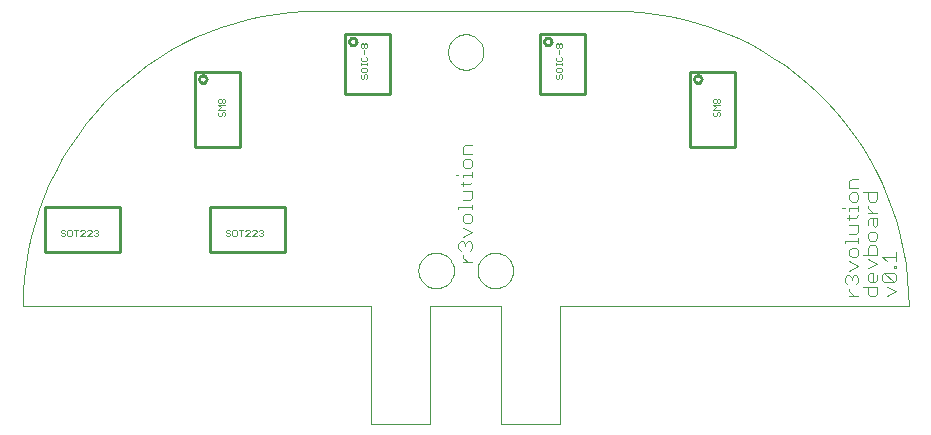
<source format=gto>
G75*
G70*
%OFA0B0*%
%FSLAX24Y24*%
%IPPOS*%
%LPD*%
%AMOC8*
5,1,8,0,0,1.08239X$1,22.5*
%
%ADD10C,0.0039*%
%ADD11C,0.0000*%
%ADD12C,0.0020*%
%ADD13C,0.0100*%
%ADD14C,0.0040*%
D10*
X000121Y004058D02*
X011735Y004058D01*
X011735Y000121D01*
X013704Y000121D01*
X013704Y004058D01*
X016066Y004058D01*
X016066Y000121D01*
X018034Y000121D01*
X018034Y004058D01*
X029649Y004058D01*
X029638Y004526D01*
X029604Y004994D01*
X029549Y005459D01*
X029471Y005921D01*
X029372Y006379D01*
X029250Y006831D01*
X029108Y007277D01*
X028944Y007716D01*
X028760Y008147D01*
X028555Y008568D01*
X028330Y008979D01*
X028086Y009380D01*
X027824Y009768D01*
X027543Y010143D01*
X027245Y010504D01*
X026930Y010850D01*
X026598Y011182D01*
X026252Y011497D01*
X025891Y011795D01*
X025516Y012076D01*
X025128Y012338D01*
X024727Y012582D01*
X024316Y012807D01*
X023895Y013012D01*
X023464Y013196D01*
X023025Y013360D01*
X022579Y013502D01*
X022127Y013624D01*
X021669Y013723D01*
X021207Y013801D01*
X020742Y013856D01*
X020274Y013890D01*
X019806Y013901D01*
X019806Y013900D02*
X009963Y013900D01*
X013309Y005239D02*
X013311Y005287D01*
X013317Y005335D01*
X013327Y005382D01*
X013340Y005428D01*
X013358Y005473D01*
X013378Y005517D01*
X013403Y005559D01*
X013431Y005598D01*
X013461Y005635D01*
X013495Y005669D01*
X013532Y005701D01*
X013570Y005730D01*
X013611Y005755D01*
X013654Y005777D01*
X013699Y005795D01*
X013745Y005809D01*
X013792Y005820D01*
X013840Y005827D01*
X013888Y005830D01*
X013936Y005829D01*
X013984Y005824D01*
X014032Y005815D01*
X014078Y005803D01*
X014123Y005786D01*
X014167Y005766D01*
X014209Y005743D01*
X014249Y005716D01*
X014287Y005686D01*
X014322Y005653D01*
X014354Y005617D01*
X014384Y005579D01*
X014410Y005538D01*
X014432Y005495D01*
X014452Y005451D01*
X014467Y005406D01*
X014479Y005359D01*
X014487Y005311D01*
X014491Y005263D01*
X014491Y005215D01*
X014487Y005167D01*
X014479Y005119D01*
X014467Y005072D01*
X014452Y005027D01*
X014432Y004983D01*
X014410Y004940D01*
X014384Y004899D01*
X014354Y004861D01*
X014322Y004825D01*
X014287Y004792D01*
X014249Y004762D01*
X014209Y004735D01*
X014167Y004712D01*
X014123Y004692D01*
X014078Y004675D01*
X014032Y004663D01*
X013984Y004654D01*
X013936Y004649D01*
X013888Y004648D01*
X013840Y004651D01*
X013792Y004658D01*
X013745Y004669D01*
X013699Y004683D01*
X013654Y004701D01*
X013611Y004723D01*
X013570Y004748D01*
X013532Y004777D01*
X013495Y004809D01*
X013461Y004843D01*
X013431Y004880D01*
X013403Y004919D01*
X013378Y004961D01*
X013358Y005005D01*
X013340Y005050D01*
X013327Y005096D01*
X013317Y005143D01*
X013311Y005191D01*
X013309Y005239D01*
X015278Y005239D02*
X015280Y005287D01*
X015286Y005335D01*
X015296Y005382D01*
X015309Y005428D01*
X015327Y005473D01*
X015347Y005517D01*
X015372Y005559D01*
X015400Y005598D01*
X015430Y005635D01*
X015464Y005669D01*
X015501Y005701D01*
X015539Y005730D01*
X015580Y005755D01*
X015623Y005777D01*
X015668Y005795D01*
X015714Y005809D01*
X015761Y005820D01*
X015809Y005827D01*
X015857Y005830D01*
X015905Y005829D01*
X015953Y005824D01*
X016001Y005815D01*
X016047Y005803D01*
X016092Y005786D01*
X016136Y005766D01*
X016178Y005743D01*
X016218Y005716D01*
X016256Y005686D01*
X016291Y005653D01*
X016323Y005617D01*
X016353Y005579D01*
X016379Y005538D01*
X016401Y005495D01*
X016421Y005451D01*
X016436Y005406D01*
X016448Y005359D01*
X016456Y005311D01*
X016460Y005263D01*
X016460Y005215D01*
X016456Y005167D01*
X016448Y005119D01*
X016436Y005072D01*
X016421Y005027D01*
X016401Y004983D01*
X016379Y004940D01*
X016353Y004899D01*
X016323Y004861D01*
X016291Y004825D01*
X016256Y004792D01*
X016218Y004762D01*
X016178Y004735D01*
X016136Y004712D01*
X016092Y004692D01*
X016047Y004675D01*
X016001Y004663D01*
X015953Y004654D01*
X015905Y004649D01*
X015857Y004648D01*
X015809Y004651D01*
X015761Y004658D01*
X015714Y004669D01*
X015668Y004683D01*
X015623Y004701D01*
X015580Y004723D01*
X015539Y004748D01*
X015501Y004777D01*
X015464Y004809D01*
X015430Y004843D01*
X015400Y004880D01*
X015372Y004919D01*
X015347Y004961D01*
X015327Y005005D01*
X015309Y005050D01*
X015296Y005096D01*
X015286Y005143D01*
X015280Y005191D01*
X015278Y005239D01*
X009963Y013901D02*
X009495Y013890D01*
X009027Y013856D01*
X008562Y013801D01*
X008100Y013723D01*
X007642Y013624D01*
X007190Y013502D01*
X006744Y013360D01*
X006305Y013196D01*
X005874Y013012D01*
X005453Y012807D01*
X005041Y012582D01*
X004641Y012338D01*
X004253Y012076D01*
X003878Y011795D01*
X003517Y011497D01*
X003171Y011182D01*
X002839Y010850D01*
X002524Y010504D01*
X002226Y010143D01*
X001945Y009768D01*
X001683Y009380D01*
X001439Y008980D01*
X001214Y008568D01*
X001009Y008147D01*
X000825Y007716D01*
X000661Y007277D01*
X000519Y006831D01*
X000397Y006379D01*
X000298Y005921D01*
X000220Y005459D01*
X000165Y004994D01*
X000131Y004526D01*
X000120Y004058D01*
D11*
X013309Y005239D02*
X013311Y005287D01*
X013317Y005335D01*
X013327Y005382D01*
X013340Y005428D01*
X013358Y005473D01*
X013378Y005517D01*
X013403Y005559D01*
X013431Y005598D01*
X013461Y005635D01*
X013495Y005669D01*
X013532Y005701D01*
X013570Y005730D01*
X013611Y005755D01*
X013654Y005777D01*
X013699Y005795D01*
X013745Y005809D01*
X013792Y005820D01*
X013840Y005827D01*
X013888Y005830D01*
X013936Y005829D01*
X013984Y005824D01*
X014032Y005815D01*
X014078Y005803D01*
X014123Y005786D01*
X014167Y005766D01*
X014209Y005743D01*
X014249Y005716D01*
X014287Y005686D01*
X014322Y005653D01*
X014354Y005617D01*
X014384Y005579D01*
X014410Y005538D01*
X014432Y005495D01*
X014452Y005451D01*
X014467Y005406D01*
X014479Y005359D01*
X014487Y005311D01*
X014491Y005263D01*
X014491Y005215D01*
X014487Y005167D01*
X014479Y005119D01*
X014467Y005072D01*
X014452Y005027D01*
X014432Y004983D01*
X014410Y004940D01*
X014384Y004899D01*
X014354Y004861D01*
X014322Y004825D01*
X014287Y004792D01*
X014249Y004762D01*
X014209Y004735D01*
X014167Y004712D01*
X014123Y004692D01*
X014078Y004675D01*
X014032Y004663D01*
X013984Y004654D01*
X013936Y004649D01*
X013888Y004648D01*
X013840Y004651D01*
X013792Y004658D01*
X013745Y004669D01*
X013699Y004683D01*
X013654Y004701D01*
X013611Y004723D01*
X013570Y004748D01*
X013532Y004777D01*
X013495Y004809D01*
X013461Y004843D01*
X013431Y004880D01*
X013403Y004919D01*
X013378Y004961D01*
X013358Y005005D01*
X013340Y005050D01*
X013327Y005096D01*
X013317Y005143D01*
X013311Y005191D01*
X013309Y005239D01*
X015278Y005239D02*
X015280Y005287D01*
X015286Y005335D01*
X015296Y005382D01*
X015309Y005428D01*
X015327Y005473D01*
X015347Y005517D01*
X015372Y005559D01*
X015400Y005598D01*
X015430Y005635D01*
X015464Y005669D01*
X015501Y005701D01*
X015539Y005730D01*
X015580Y005755D01*
X015623Y005777D01*
X015668Y005795D01*
X015714Y005809D01*
X015761Y005820D01*
X015809Y005827D01*
X015857Y005830D01*
X015905Y005829D01*
X015953Y005824D01*
X016001Y005815D01*
X016047Y005803D01*
X016092Y005786D01*
X016136Y005766D01*
X016178Y005743D01*
X016218Y005716D01*
X016256Y005686D01*
X016291Y005653D01*
X016323Y005617D01*
X016353Y005579D01*
X016379Y005538D01*
X016401Y005495D01*
X016421Y005451D01*
X016436Y005406D01*
X016448Y005359D01*
X016456Y005311D01*
X016460Y005263D01*
X016460Y005215D01*
X016456Y005167D01*
X016448Y005119D01*
X016436Y005072D01*
X016421Y005027D01*
X016401Y004983D01*
X016379Y004940D01*
X016353Y004899D01*
X016323Y004861D01*
X016291Y004825D01*
X016256Y004792D01*
X016218Y004762D01*
X016178Y004735D01*
X016136Y004712D01*
X016092Y004692D01*
X016047Y004675D01*
X016001Y004663D01*
X015953Y004654D01*
X015905Y004649D01*
X015857Y004648D01*
X015809Y004651D01*
X015761Y004658D01*
X015714Y004669D01*
X015668Y004683D01*
X015623Y004701D01*
X015580Y004723D01*
X015539Y004748D01*
X015501Y004777D01*
X015464Y004809D01*
X015430Y004843D01*
X015400Y004880D01*
X015372Y004919D01*
X015347Y004961D01*
X015327Y005005D01*
X015309Y005050D01*
X015296Y005096D01*
X015286Y005143D01*
X015280Y005191D01*
X015278Y005239D01*
X014294Y012523D02*
X014296Y012571D01*
X014302Y012619D01*
X014312Y012666D01*
X014325Y012712D01*
X014343Y012757D01*
X014363Y012801D01*
X014388Y012843D01*
X014416Y012882D01*
X014446Y012919D01*
X014480Y012953D01*
X014517Y012985D01*
X014555Y013014D01*
X014596Y013039D01*
X014639Y013061D01*
X014684Y013079D01*
X014730Y013093D01*
X014777Y013104D01*
X014825Y013111D01*
X014873Y013114D01*
X014921Y013113D01*
X014969Y013108D01*
X015017Y013099D01*
X015063Y013087D01*
X015108Y013070D01*
X015152Y013050D01*
X015194Y013027D01*
X015234Y013000D01*
X015272Y012970D01*
X015307Y012937D01*
X015339Y012901D01*
X015369Y012863D01*
X015395Y012822D01*
X015417Y012779D01*
X015437Y012735D01*
X015452Y012690D01*
X015464Y012643D01*
X015472Y012595D01*
X015476Y012547D01*
X015476Y012499D01*
X015472Y012451D01*
X015464Y012403D01*
X015452Y012356D01*
X015437Y012311D01*
X015417Y012267D01*
X015395Y012224D01*
X015369Y012183D01*
X015339Y012145D01*
X015307Y012109D01*
X015272Y012076D01*
X015234Y012046D01*
X015194Y012019D01*
X015152Y011996D01*
X015108Y011976D01*
X015063Y011959D01*
X015017Y011947D01*
X014969Y011938D01*
X014921Y011933D01*
X014873Y011932D01*
X014825Y011935D01*
X014777Y011942D01*
X014730Y011953D01*
X014684Y011967D01*
X014639Y011985D01*
X014596Y012007D01*
X014555Y012032D01*
X014517Y012061D01*
X014480Y012093D01*
X014446Y012127D01*
X014416Y012164D01*
X014388Y012203D01*
X014363Y012245D01*
X014343Y012289D01*
X014325Y012334D01*
X014312Y012380D01*
X014302Y012427D01*
X014296Y012475D01*
X014294Y012523D01*
D12*
X011611Y012699D02*
X011574Y012662D01*
X011538Y012662D01*
X011501Y012699D01*
X011501Y012772D01*
X011538Y012809D01*
X011574Y012809D01*
X011611Y012772D01*
X011611Y012699D01*
X011501Y012699D02*
X011464Y012662D01*
X011427Y012662D01*
X011391Y012699D01*
X011391Y012772D01*
X011427Y012809D01*
X011464Y012809D01*
X011501Y012772D01*
X011501Y012588D02*
X011501Y012441D01*
X011574Y012367D02*
X011611Y012330D01*
X011611Y012257D01*
X011574Y012220D01*
X011427Y012220D01*
X011391Y012257D01*
X011391Y012330D01*
X011427Y012367D01*
X011391Y012146D02*
X011391Y012073D01*
X011391Y012110D02*
X011611Y012110D01*
X011611Y012146D02*
X011611Y012073D01*
X011574Y011999D02*
X011611Y011962D01*
X011611Y011889D01*
X011574Y011852D01*
X011427Y011852D01*
X011391Y011889D01*
X011391Y011962D01*
X011427Y011999D01*
X011574Y011999D01*
X011574Y011778D02*
X011611Y011741D01*
X011611Y011668D01*
X011574Y011631D01*
X011501Y011668D02*
X011501Y011741D01*
X011538Y011778D01*
X011574Y011778D01*
X011501Y011668D02*
X011464Y011631D01*
X011427Y011631D01*
X011391Y011668D01*
X011391Y011741D01*
X011427Y011778D01*
X006861Y010933D02*
X006861Y010860D01*
X006824Y010823D01*
X006788Y010823D01*
X006751Y010860D01*
X006751Y010933D01*
X006788Y010970D01*
X006824Y010970D01*
X006861Y010933D01*
X006751Y010933D02*
X006714Y010970D01*
X006677Y010970D01*
X006641Y010933D01*
X006641Y010860D01*
X006677Y010823D01*
X006714Y010823D01*
X006751Y010860D01*
X006641Y010749D02*
X006861Y010749D01*
X006861Y010602D02*
X006641Y010602D01*
X006714Y010675D01*
X006641Y010749D01*
X006677Y010528D02*
X006641Y010491D01*
X006641Y010418D01*
X006677Y010381D01*
X006714Y010381D01*
X006751Y010418D01*
X006751Y010491D01*
X006788Y010528D01*
X006824Y010528D01*
X006861Y010491D01*
X006861Y010418D01*
X006824Y010381D01*
X006918Y006601D02*
X006881Y006564D01*
X006881Y006528D01*
X006918Y006491D01*
X006991Y006491D01*
X007028Y006454D01*
X007028Y006418D01*
X006991Y006381D01*
X006918Y006381D01*
X006881Y006418D01*
X006918Y006601D02*
X006991Y006601D01*
X007028Y006564D01*
X007102Y006564D02*
X007102Y006418D01*
X007139Y006381D01*
X007212Y006381D01*
X007249Y006418D01*
X007249Y006564D01*
X007212Y006601D01*
X007139Y006601D01*
X007102Y006564D01*
X007323Y006601D02*
X007470Y006601D01*
X007396Y006601D02*
X007396Y006381D01*
X007544Y006381D02*
X007691Y006528D01*
X007691Y006564D01*
X007654Y006601D01*
X007581Y006601D01*
X007544Y006564D01*
X007544Y006381D02*
X007691Y006381D01*
X007765Y006381D02*
X007912Y006528D01*
X007912Y006564D01*
X007875Y006601D01*
X007802Y006601D01*
X007765Y006564D01*
X007765Y006381D02*
X007912Y006381D01*
X007986Y006418D02*
X008023Y006381D01*
X008096Y006381D01*
X008133Y006418D01*
X008133Y006454D01*
X008096Y006491D01*
X008059Y006491D01*
X008096Y006491D02*
X008133Y006528D01*
X008133Y006564D01*
X008096Y006601D01*
X008023Y006601D01*
X007986Y006564D01*
X002633Y006564D02*
X002633Y006528D01*
X002596Y006491D01*
X002633Y006454D01*
X002633Y006418D01*
X002596Y006381D01*
X002523Y006381D01*
X002486Y006418D01*
X002412Y006381D02*
X002265Y006381D01*
X002412Y006528D01*
X002412Y006564D01*
X002375Y006601D01*
X002302Y006601D01*
X002265Y006564D01*
X002191Y006564D02*
X002154Y006601D01*
X002081Y006601D01*
X002044Y006564D01*
X001970Y006601D02*
X001823Y006601D01*
X001896Y006601D02*
X001896Y006381D01*
X002044Y006381D02*
X002191Y006528D01*
X002191Y006564D01*
X002191Y006381D02*
X002044Y006381D01*
X001749Y006418D02*
X001749Y006564D01*
X001712Y006601D01*
X001639Y006601D01*
X001602Y006564D01*
X001602Y006418D01*
X001639Y006381D01*
X001712Y006381D01*
X001749Y006418D01*
X001528Y006418D02*
X001491Y006381D01*
X001418Y006381D01*
X001381Y006418D01*
X001418Y006491D02*
X001491Y006491D01*
X001528Y006454D01*
X001528Y006418D01*
X001418Y006491D02*
X001381Y006528D01*
X001381Y006564D01*
X001418Y006601D01*
X001491Y006601D01*
X001528Y006564D01*
X002486Y006564D02*
X002523Y006601D01*
X002596Y006601D01*
X002633Y006564D01*
X002596Y006491D02*
X002559Y006491D01*
X017891Y011668D02*
X017927Y011631D01*
X017964Y011631D01*
X018001Y011668D01*
X018001Y011741D01*
X018038Y011778D01*
X018074Y011778D01*
X018111Y011741D01*
X018111Y011668D01*
X018074Y011631D01*
X017891Y011668D02*
X017891Y011741D01*
X017927Y011778D01*
X017927Y011852D02*
X018074Y011852D01*
X018111Y011889D01*
X018111Y011962D01*
X018074Y011999D01*
X017927Y011999D01*
X017891Y011962D01*
X017891Y011889D01*
X017927Y011852D01*
X017891Y012073D02*
X017891Y012146D01*
X017891Y012110D02*
X018111Y012110D01*
X018111Y012146D02*
X018111Y012073D01*
X018074Y012220D02*
X018111Y012257D01*
X018111Y012330D01*
X018074Y012367D01*
X018001Y012441D02*
X018001Y012588D01*
X018038Y012662D02*
X018001Y012699D01*
X018001Y012772D01*
X018038Y012809D01*
X018074Y012809D01*
X018111Y012772D01*
X018111Y012699D01*
X018074Y012662D01*
X018038Y012662D01*
X018001Y012699D02*
X017964Y012662D01*
X017927Y012662D01*
X017891Y012699D01*
X017891Y012772D01*
X017927Y012809D01*
X017964Y012809D01*
X018001Y012772D01*
X017927Y012367D02*
X017891Y012330D01*
X017891Y012257D01*
X017927Y012220D01*
X018074Y012220D01*
X023141Y010933D02*
X023177Y010970D01*
X023214Y010970D01*
X023251Y010933D01*
X023251Y010860D01*
X023214Y010823D01*
X023177Y010823D01*
X023141Y010860D01*
X023141Y010933D01*
X023251Y010933D02*
X023288Y010970D01*
X023324Y010970D01*
X023361Y010933D01*
X023361Y010860D01*
X023324Y010823D01*
X023288Y010823D01*
X023251Y010860D01*
X023141Y010749D02*
X023361Y010749D01*
X023361Y010602D02*
X023141Y010602D01*
X023214Y010675D01*
X023141Y010749D01*
X023177Y010528D02*
X023141Y010491D01*
X023141Y010418D01*
X023177Y010381D01*
X023214Y010381D01*
X023251Y010418D01*
X023251Y010491D01*
X023288Y010528D01*
X023324Y010528D01*
X023361Y010491D01*
X023361Y010418D01*
X023324Y010381D01*
D13*
X023871Y009371D02*
X022371Y009371D01*
X022371Y011871D01*
X023871Y011871D01*
X023871Y009371D01*
X022496Y011621D02*
X022498Y011643D01*
X022504Y011664D01*
X022513Y011683D01*
X022525Y011701D01*
X022541Y011717D01*
X022558Y011729D01*
X022578Y011738D01*
X022599Y011744D01*
X022621Y011746D01*
X022643Y011744D01*
X022664Y011738D01*
X022683Y011729D01*
X022701Y011717D01*
X022717Y011701D01*
X022729Y011683D01*
X022738Y011664D01*
X022744Y011643D01*
X022746Y011621D01*
X022744Y011599D01*
X022738Y011578D01*
X022729Y011559D01*
X022717Y011541D01*
X022701Y011525D01*
X022684Y011513D01*
X022664Y011504D01*
X022643Y011498D01*
X022621Y011496D01*
X022599Y011498D01*
X022578Y011504D01*
X022558Y011513D01*
X022541Y011525D01*
X022525Y011541D01*
X022513Y011558D01*
X022504Y011578D01*
X022498Y011599D01*
X022496Y011621D01*
X018871Y011121D02*
X017371Y011121D01*
X017371Y013121D01*
X018871Y013121D01*
X018871Y011121D01*
X017496Y012871D02*
X017498Y012893D01*
X017504Y012914D01*
X017513Y012933D01*
X017525Y012951D01*
X017541Y012967D01*
X017558Y012979D01*
X017578Y012988D01*
X017599Y012994D01*
X017621Y012996D01*
X017643Y012994D01*
X017664Y012988D01*
X017683Y012979D01*
X017701Y012967D01*
X017717Y012951D01*
X017729Y012933D01*
X017738Y012914D01*
X017744Y012893D01*
X017746Y012871D01*
X017744Y012849D01*
X017738Y012828D01*
X017729Y012809D01*
X017717Y012791D01*
X017701Y012775D01*
X017684Y012763D01*
X017664Y012754D01*
X017643Y012748D01*
X017621Y012746D01*
X017599Y012748D01*
X017578Y012754D01*
X017558Y012763D01*
X017541Y012775D01*
X017525Y012791D01*
X017513Y012808D01*
X017504Y012828D01*
X017498Y012849D01*
X017496Y012871D01*
X012371Y013121D02*
X012371Y011121D01*
X010871Y011121D01*
X010871Y013121D01*
X012371Y013121D01*
X010996Y012871D02*
X010998Y012893D01*
X011004Y012914D01*
X011013Y012933D01*
X011025Y012951D01*
X011041Y012967D01*
X011058Y012979D01*
X011078Y012988D01*
X011099Y012994D01*
X011121Y012996D01*
X011143Y012994D01*
X011164Y012988D01*
X011183Y012979D01*
X011201Y012967D01*
X011217Y012951D01*
X011229Y012933D01*
X011238Y012914D01*
X011244Y012893D01*
X011246Y012871D01*
X011244Y012849D01*
X011238Y012828D01*
X011229Y012809D01*
X011217Y012791D01*
X011201Y012775D01*
X011184Y012763D01*
X011164Y012754D01*
X011143Y012748D01*
X011121Y012746D01*
X011099Y012748D01*
X011078Y012754D01*
X011058Y012763D01*
X011041Y012775D01*
X011025Y012791D01*
X011013Y012808D01*
X011004Y012828D01*
X010998Y012849D01*
X010996Y012871D01*
X007371Y011871D02*
X007371Y009371D01*
X005871Y009371D01*
X005871Y011871D01*
X007371Y011871D01*
X005996Y011621D02*
X005998Y011643D01*
X006004Y011664D01*
X006013Y011683D01*
X006025Y011701D01*
X006041Y011717D01*
X006058Y011729D01*
X006078Y011738D01*
X006099Y011744D01*
X006121Y011746D01*
X006143Y011744D01*
X006164Y011738D01*
X006183Y011729D01*
X006201Y011717D01*
X006217Y011701D01*
X006229Y011683D01*
X006238Y011664D01*
X006244Y011643D01*
X006246Y011621D01*
X006244Y011599D01*
X006238Y011578D01*
X006229Y011559D01*
X006217Y011541D01*
X006201Y011525D01*
X006184Y011513D01*
X006164Y011504D01*
X006143Y011498D01*
X006121Y011496D01*
X006099Y011498D01*
X006078Y011504D01*
X006058Y011513D01*
X006041Y011525D01*
X006025Y011541D01*
X006013Y011558D01*
X006004Y011578D01*
X005998Y011599D01*
X005996Y011621D01*
X006371Y007371D02*
X006371Y005871D01*
X008871Y005871D01*
X008871Y007371D01*
X006371Y007371D01*
X003371Y007371D02*
X003371Y005871D01*
X000871Y005871D01*
X000871Y007371D01*
X003371Y007371D01*
D14*
X014564Y008431D02*
X014641Y008431D01*
X014794Y008431D02*
X015101Y008431D01*
X015101Y008355D02*
X015101Y008508D01*
X015024Y008662D02*
X014871Y008662D01*
X014794Y008738D01*
X014794Y008892D01*
X014871Y008969D01*
X015024Y008969D01*
X015101Y008892D01*
X015101Y008738D01*
X015024Y008662D01*
X014794Y008431D02*
X014794Y008355D01*
X014794Y008201D02*
X014794Y008048D01*
X014717Y008125D02*
X015024Y008125D01*
X015101Y008201D01*
X015101Y007894D02*
X014794Y007894D01*
X015101Y007894D02*
X015101Y007664D01*
X015024Y007588D01*
X014794Y007588D01*
X014641Y007357D02*
X015101Y007357D01*
X015101Y007281D02*
X015101Y007434D01*
X014641Y007357D02*
X014641Y007281D01*
X014871Y007127D02*
X014794Y007050D01*
X014794Y006897D01*
X014871Y006820D01*
X015024Y006820D01*
X015101Y006897D01*
X015101Y007050D01*
X015024Y007127D01*
X014871Y007127D01*
X014794Y006667D02*
X015101Y006513D01*
X014794Y006360D01*
X014794Y006206D02*
X014871Y006130D01*
X014948Y006206D01*
X015024Y006206D01*
X015101Y006130D01*
X015101Y005976D01*
X015024Y005900D01*
X014794Y005746D02*
X014794Y005669D01*
X014948Y005516D01*
X015101Y005516D02*
X014794Y005516D01*
X014717Y005900D02*
X014641Y005976D01*
X014641Y006130D01*
X014717Y006206D01*
X014794Y006206D01*
X014871Y006130D02*
X014871Y006053D01*
X014794Y009122D02*
X014794Y009352D01*
X014871Y009429D01*
X015101Y009429D01*
X015101Y009122D02*
X014794Y009122D01*
X027439Y007306D02*
X027516Y007306D01*
X027669Y007306D02*
X027976Y007306D01*
X027976Y007230D02*
X027976Y007383D01*
X027899Y007537D02*
X027976Y007613D01*
X027976Y007767D01*
X027899Y007844D01*
X027746Y007844D01*
X027669Y007767D01*
X027669Y007613D01*
X027746Y007537D01*
X027899Y007537D01*
X027669Y007306D02*
X027669Y007230D01*
X027669Y007076D02*
X027669Y006923D01*
X027592Y007000D02*
X027899Y007000D01*
X027976Y007076D01*
X027976Y006769D02*
X027669Y006769D01*
X027976Y006769D02*
X027976Y006539D01*
X027899Y006463D01*
X027669Y006463D01*
X027516Y006232D02*
X027976Y006232D01*
X027976Y006156D02*
X027976Y006309D01*
X027516Y006232D02*
X027516Y006156D01*
X027746Y006002D02*
X027669Y005925D01*
X027669Y005772D01*
X027746Y005695D01*
X027899Y005695D01*
X027976Y005772D01*
X027976Y005925D01*
X027899Y006002D01*
X027746Y006002D01*
X028141Y005772D02*
X028601Y005772D01*
X028601Y006002D01*
X028524Y006079D01*
X028371Y006079D01*
X028294Y006002D01*
X028294Y005772D01*
X028766Y005695D02*
X029226Y005695D01*
X029226Y005542D02*
X029226Y005849D01*
X028919Y005542D02*
X028766Y005695D01*
X028601Y005465D02*
X028294Y005619D01*
X028294Y005312D02*
X028601Y005465D01*
X029149Y005388D02*
X029149Y005312D01*
X029226Y005312D01*
X029226Y005388D01*
X029149Y005388D01*
X029149Y005158D02*
X028842Y005158D01*
X029149Y004851D01*
X029226Y004928D01*
X029226Y005081D01*
X029149Y005158D01*
X028842Y005158D02*
X028766Y005081D01*
X028766Y004928D01*
X028842Y004851D01*
X029149Y004851D01*
X028919Y004698D02*
X029226Y004544D01*
X028919Y004391D01*
X028601Y004468D02*
X028524Y004391D01*
X028371Y004391D01*
X028294Y004468D01*
X028294Y004698D01*
X028141Y004698D02*
X028601Y004698D01*
X028601Y004468D01*
X028524Y004851D02*
X028371Y004851D01*
X028294Y004928D01*
X028294Y005081D01*
X028371Y005158D01*
X028448Y005158D01*
X028448Y004851D01*
X028524Y004851D02*
X028601Y004928D01*
X028601Y005081D01*
X027976Y005005D02*
X027976Y004851D01*
X027899Y004775D01*
X027669Y004621D02*
X027669Y004544D01*
X027823Y004391D01*
X027976Y004391D02*
X027669Y004391D01*
X027592Y004775D02*
X027516Y004851D01*
X027516Y005005D01*
X027592Y005081D01*
X027669Y005081D01*
X027746Y005005D01*
X027823Y005081D01*
X027899Y005081D01*
X027976Y005005D01*
X027746Y005005D02*
X027746Y004928D01*
X027669Y005235D02*
X027976Y005388D01*
X027669Y005542D01*
X028371Y006232D02*
X028524Y006232D01*
X028601Y006309D01*
X028601Y006463D01*
X028524Y006539D01*
X028371Y006539D01*
X028294Y006463D01*
X028294Y006309D01*
X028371Y006232D01*
X028524Y006693D02*
X028448Y006769D01*
X028448Y007000D01*
X028371Y007000D02*
X028601Y007000D01*
X028601Y006769D01*
X028524Y006693D01*
X028294Y006769D02*
X028294Y006923D01*
X028371Y007000D01*
X028448Y007153D02*
X028294Y007306D01*
X028294Y007383D01*
X028371Y007537D02*
X028294Y007613D01*
X028294Y007844D01*
X028141Y007844D02*
X028601Y007844D01*
X028601Y007613D01*
X028524Y007537D01*
X028371Y007537D01*
X028294Y007153D02*
X028601Y007153D01*
X027976Y007997D02*
X027669Y007997D01*
X027669Y008227D01*
X027746Y008304D01*
X027976Y008304D01*
M02*

</source>
